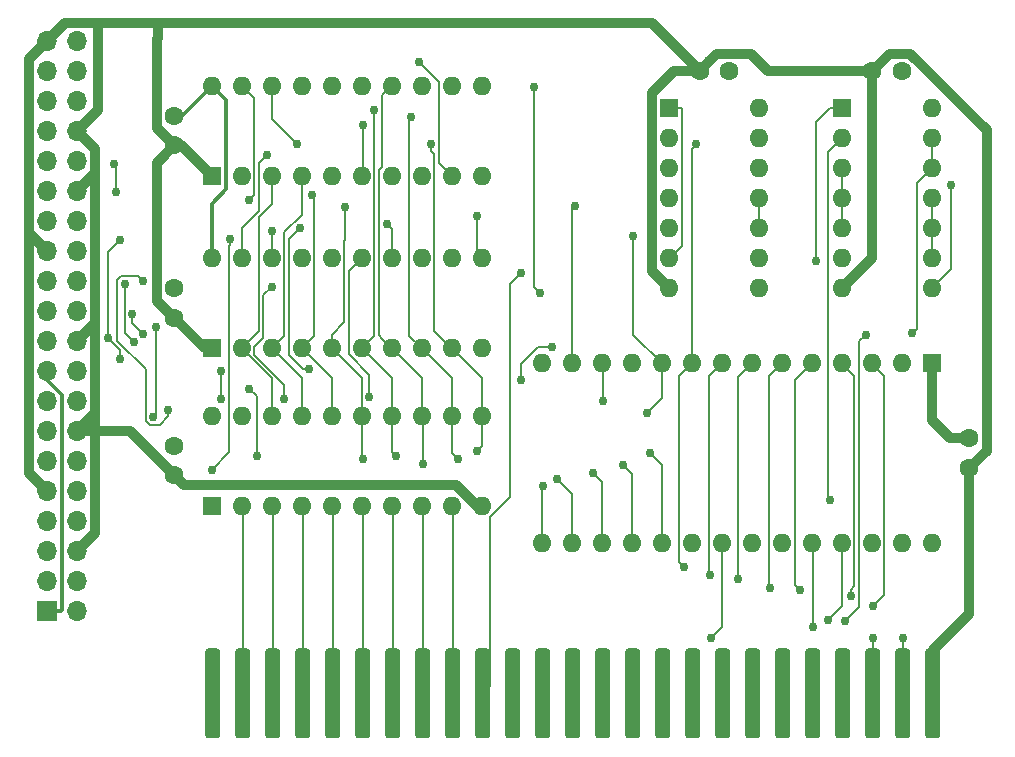
<source format=gbr>
G04 #@! TF.GenerationSoftware,KiCad,Pcbnew,5.1.5+dfsg1-2build2*
G04 #@! TF.CreationDate,2020-11-19T16:33:02-05:00*
G04 #@! TF.ProjectId,Apple2IORPi,4170706c-6532-4494-9f52-50692e6b6963,0.1*
G04 #@! TF.SameCoordinates,Original*
G04 #@! TF.FileFunction,Copper,L2,Bot*
G04 #@! TF.FilePolarity,Positive*
%FSLAX46Y46*%
G04 Gerber Fmt 4.6, Leading zero omitted, Abs format (unit mm)*
G04 Created by KiCad (PCBNEW 5.1.5+dfsg1-2build2) date 2020-11-19 16:33:02*
%MOMM*%
%LPD*%
G04 APERTURE LIST*
%ADD10C,1.600000*%
%ADD11C,0.100000*%
%ADD12R,1.600000X1.600000*%
%ADD13O,1.600000X1.600000*%
%ADD14R,1.700000X1.700000*%
%ADD15O,1.700000X1.700000*%
%ADD16C,0.762000*%
%ADD17C,0.177800*%
%ADD18C,0.812800*%
%ADD19C,0.355600*%
G04 APERTURE END LIST*
D10*
X121285000Y-69175000D03*
X121285000Y-66675000D03*
X121285000Y-81280000D03*
X121285000Y-83780000D03*
X121285000Y-97115000D03*
X121285000Y-94615000D03*
G04 #@! TA.AperFunction,ConnectorPad*
D11*
G36*
X124883621Y-111761529D02*
G01*
X124914442Y-111766101D01*
X124944666Y-111773671D01*
X124974003Y-111784168D01*
X125002169Y-111797490D01*
X125028895Y-111813508D01*
X125053921Y-111832069D01*
X125077007Y-111852994D01*
X125097932Y-111876080D01*
X125116493Y-111901106D01*
X125132511Y-111927832D01*
X125145833Y-111955998D01*
X125156330Y-111985335D01*
X125163900Y-112015559D01*
X125168472Y-112046380D01*
X125170001Y-112077500D01*
X125170001Y-119062500D01*
X125168472Y-119093620D01*
X125163900Y-119124441D01*
X125156330Y-119154665D01*
X125145833Y-119184002D01*
X125132511Y-119212168D01*
X125116493Y-119238894D01*
X125097932Y-119263920D01*
X125077007Y-119287006D01*
X125053921Y-119307931D01*
X125028895Y-119326492D01*
X125002169Y-119342510D01*
X124974003Y-119355832D01*
X124944666Y-119366329D01*
X124914442Y-119373899D01*
X124883621Y-119378471D01*
X124852501Y-119380000D01*
X124217501Y-119380000D01*
X124186381Y-119378471D01*
X124155560Y-119373899D01*
X124125336Y-119366329D01*
X124095999Y-119355832D01*
X124067833Y-119342510D01*
X124041107Y-119326492D01*
X124016081Y-119307931D01*
X123992995Y-119287006D01*
X123972070Y-119263920D01*
X123953509Y-119238894D01*
X123937491Y-119212168D01*
X123924169Y-119184002D01*
X123913672Y-119154665D01*
X123906102Y-119124441D01*
X123901530Y-119093620D01*
X123900001Y-119062500D01*
X123900001Y-112077500D01*
X123901530Y-112046380D01*
X123906102Y-112015559D01*
X123913672Y-111985335D01*
X123924169Y-111955998D01*
X123937491Y-111927832D01*
X123953509Y-111901106D01*
X123972070Y-111876080D01*
X123992995Y-111852994D01*
X124016081Y-111832069D01*
X124041107Y-111813508D01*
X124067833Y-111797490D01*
X124095999Y-111784168D01*
X124125336Y-111773671D01*
X124155560Y-111766101D01*
X124186381Y-111761529D01*
X124217501Y-111760000D01*
X124852501Y-111760000D01*
X124883621Y-111761529D01*
G37*
G04 #@! TD.AperFunction*
G04 #@! TA.AperFunction,ConnectorPad*
G36*
X127423621Y-111761529D02*
G01*
X127454442Y-111766101D01*
X127484666Y-111773671D01*
X127514003Y-111784168D01*
X127542169Y-111797490D01*
X127568895Y-111813508D01*
X127593921Y-111832069D01*
X127617007Y-111852994D01*
X127637932Y-111876080D01*
X127656493Y-111901106D01*
X127672511Y-111927832D01*
X127685833Y-111955998D01*
X127696330Y-111985335D01*
X127703900Y-112015559D01*
X127708472Y-112046380D01*
X127710001Y-112077500D01*
X127710001Y-119062500D01*
X127708472Y-119093620D01*
X127703900Y-119124441D01*
X127696330Y-119154665D01*
X127685833Y-119184002D01*
X127672511Y-119212168D01*
X127656493Y-119238894D01*
X127637932Y-119263920D01*
X127617007Y-119287006D01*
X127593921Y-119307931D01*
X127568895Y-119326492D01*
X127542169Y-119342510D01*
X127514003Y-119355832D01*
X127484666Y-119366329D01*
X127454442Y-119373899D01*
X127423621Y-119378471D01*
X127392501Y-119380000D01*
X126757501Y-119380000D01*
X126726381Y-119378471D01*
X126695560Y-119373899D01*
X126665336Y-119366329D01*
X126635999Y-119355832D01*
X126607833Y-119342510D01*
X126581107Y-119326492D01*
X126556081Y-119307931D01*
X126532995Y-119287006D01*
X126512070Y-119263920D01*
X126493509Y-119238894D01*
X126477491Y-119212168D01*
X126464169Y-119184002D01*
X126453672Y-119154665D01*
X126446102Y-119124441D01*
X126441530Y-119093620D01*
X126440001Y-119062500D01*
X126440001Y-112077500D01*
X126441530Y-112046380D01*
X126446102Y-112015559D01*
X126453672Y-111985335D01*
X126464169Y-111955998D01*
X126477491Y-111927832D01*
X126493509Y-111901106D01*
X126512070Y-111876080D01*
X126532995Y-111852994D01*
X126556081Y-111832069D01*
X126581107Y-111813508D01*
X126607833Y-111797490D01*
X126635999Y-111784168D01*
X126665336Y-111773671D01*
X126695560Y-111766101D01*
X126726381Y-111761529D01*
X126757501Y-111760000D01*
X127392501Y-111760000D01*
X127423621Y-111761529D01*
G37*
G04 #@! TD.AperFunction*
G04 #@! TA.AperFunction,ConnectorPad*
G36*
X129963621Y-111761529D02*
G01*
X129994442Y-111766101D01*
X130024666Y-111773671D01*
X130054003Y-111784168D01*
X130082169Y-111797490D01*
X130108895Y-111813508D01*
X130133921Y-111832069D01*
X130157007Y-111852994D01*
X130177932Y-111876080D01*
X130196493Y-111901106D01*
X130212511Y-111927832D01*
X130225833Y-111955998D01*
X130236330Y-111985335D01*
X130243900Y-112015559D01*
X130248472Y-112046380D01*
X130250001Y-112077500D01*
X130250001Y-119062500D01*
X130248472Y-119093620D01*
X130243900Y-119124441D01*
X130236330Y-119154665D01*
X130225833Y-119184002D01*
X130212511Y-119212168D01*
X130196493Y-119238894D01*
X130177932Y-119263920D01*
X130157007Y-119287006D01*
X130133921Y-119307931D01*
X130108895Y-119326492D01*
X130082169Y-119342510D01*
X130054003Y-119355832D01*
X130024666Y-119366329D01*
X129994442Y-119373899D01*
X129963621Y-119378471D01*
X129932501Y-119380000D01*
X129297501Y-119380000D01*
X129266381Y-119378471D01*
X129235560Y-119373899D01*
X129205336Y-119366329D01*
X129175999Y-119355832D01*
X129147833Y-119342510D01*
X129121107Y-119326492D01*
X129096081Y-119307931D01*
X129072995Y-119287006D01*
X129052070Y-119263920D01*
X129033509Y-119238894D01*
X129017491Y-119212168D01*
X129004169Y-119184002D01*
X128993672Y-119154665D01*
X128986102Y-119124441D01*
X128981530Y-119093620D01*
X128980001Y-119062500D01*
X128980001Y-112077500D01*
X128981530Y-112046380D01*
X128986102Y-112015559D01*
X128993672Y-111985335D01*
X129004169Y-111955998D01*
X129017491Y-111927832D01*
X129033509Y-111901106D01*
X129052070Y-111876080D01*
X129072995Y-111852994D01*
X129096081Y-111832069D01*
X129121107Y-111813508D01*
X129147833Y-111797490D01*
X129175999Y-111784168D01*
X129205336Y-111773671D01*
X129235560Y-111766101D01*
X129266381Y-111761529D01*
X129297501Y-111760000D01*
X129932501Y-111760000D01*
X129963621Y-111761529D01*
G37*
G04 #@! TD.AperFunction*
G04 #@! TA.AperFunction,ConnectorPad*
G36*
X132503621Y-111761529D02*
G01*
X132534442Y-111766101D01*
X132564666Y-111773671D01*
X132594003Y-111784168D01*
X132622169Y-111797490D01*
X132648895Y-111813508D01*
X132673921Y-111832069D01*
X132697007Y-111852994D01*
X132717932Y-111876080D01*
X132736493Y-111901106D01*
X132752511Y-111927832D01*
X132765833Y-111955998D01*
X132776330Y-111985335D01*
X132783900Y-112015559D01*
X132788472Y-112046380D01*
X132790001Y-112077500D01*
X132790001Y-119062500D01*
X132788472Y-119093620D01*
X132783900Y-119124441D01*
X132776330Y-119154665D01*
X132765833Y-119184002D01*
X132752511Y-119212168D01*
X132736493Y-119238894D01*
X132717932Y-119263920D01*
X132697007Y-119287006D01*
X132673921Y-119307931D01*
X132648895Y-119326492D01*
X132622169Y-119342510D01*
X132594003Y-119355832D01*
X132564666Y-119366329D01*
X132534442Y-119373899D01*
X132503621Y-119378471D01*
X132472501Y-119380000D01*
X131837501Y-119380000D01*
X131806381Y-119378471D01*
X131775560Y-119373899D01*
X131745336Y-119366329D01*
X131715999Y-119355832D01*
X131687833Y-119342510D01*
X131661107Y-119326492D01*
X131636081Y-119307931D01*
X131612995Y-119287006D01*
X131592070Y-119263920D01*
X131573509Y-119238894D01*
X131557491Y-119212168D01*
X131544169Y-119184002D01*
X131533672Y-119154665D01*
X131526102Y-119124441D01*
X131521530Y-119093620D01*
X131520001Y-119062500D01*
X131520001Y-112077500D01*
X131521530Y-112046380D01*
X131526102Y-112015559D01*
X131533672Y-111985335D01*
X131544169Y-111955998D01*
X131557491Y-111927832D01*
X131573509Y-111901106D01*
X131592070Y-111876080D01*
X131612995Y-111852994D01*
X131636081Y-111832069D01*
X131661107Y-111813508D01*
X131687833Y-111797490D01*
X131715999Y-111784168D01*
X131745336Y-111773671D01*
X131775560Y-111766101D01*
X131806381Y-111761529D01*
X131837501Y-111760000D01*
X132472501Y-111760000D01*
X132503621Y-111761529D01*
G37*
G04 #@! TD.AperFunction*
G04 #@! TA.AperFunction,ConnectorPad*
G36*
X135043621Y-111761529D02*
G01*
X135074442Y-111766101D01*
X135104666Y-111773671D01*
X135134003Y-111784168D01*
X135162169Y-111797490D01*
X135188895Y-111813508D01*
X135213921Y-111832069D01*
X135237007Y-111852994D01*
X135257932Y-111876080D01*
X135276493Y-111901106D01*
X135292511Y-111927832D01*
X135305833Y-111955998D01*
X135316330Y-111985335D01*
X135323900Y-112015559D01*
X135328472Y-112046380D01*
X135330001Y-112077500D01*
X135330001Y-119062500D01*
X135328472Y-119093620D01*
X135323900Y-119124441D01*
X135316330Y-119154665D01*
X135305833Y-119184002D01*
X135292511Y-119212168D01*
X135276493Y-119238894D01*
X135257932Y-119263920D01*
X135237007Y-119287006D01*
X135213921Y-119307931D01*
X135188895Y-119326492D01*
X135162169Y-119342510D01*
X135134003Y-119355832D01*
X135104666Y-119366329D01*
X135074442Y-119373899D01*
X135043621Y-119378471D01*
X135012501Y-119380000D01*
X134377501Y-119380000D01*
X134346381Y-119378471D01*
X134315560Y-119373899D01*
X134285336Y-119366329D01*
X134255999Y-119355832D01*
X134227833Y-119342510D01*
X134201107Y-119326492D01*
X134176081Y-119307931D01*
X134152995Y-119287006D01*
X134132070Y-119263920D01*
X134113509Y-119238894D01*
X134097491Y-119212168D01*
X134084169Y-119184002D01*
X134073672Y-119154665D01*
X134066102Y-119124441D01*
X134061530Y-119093620D01*
X134060001Y-119062500D01*
X134060001Y-112077500D01*
X134061530Y-112046380D01*
X134066102Y-112015559D01*
X134073672Y-111985335D01*
X134084169Y-111955998D01*
X134097491Y-111927832D01*
X134113509Y-111901106D01*
X134132070Y-111876080D01*
X134152995Y-111852994D01*
X134176081Y-111832069D01*
X134201107Y-111813508D01*
X134227833Y-111797490D01*
X134255999Y-111784168D01*
X134285336Y-111773671D01*
X134315560Y-111766101D01*
X134346381Y-111761529D01*
X134377501Y-111760000D01*
X135012501Y-111760000D01*
X135043621Y-111761529D01*
G37*
G04 #@! TD.AperFunction*
G04 #@! TA.AperFunction,ConnectorPad*
G36*
X137583621Y-111761529D02*
G01*
X137614442Y-111766101D01*
X137644666Y-111773671D01*
X137674003Y-111784168D01*
X137702169Y-111797490D01*
X137728895Y-111813508D01*
X137753921Y-111832069D01*
X137777007Y-111852994D01*
X137797932Y-111876080D01*
X137816493Y-111901106D01*
X137832511Y-111927832D01*
X137845833Y-111955998D01*
X137856330Y-111985335D01*
X137863900Y-112015559D01*
X137868472Y-112046380D01*
X137870001Y-112077500D01*
X137870001Y-119062500D01*
X137868472Y-119093620D01*
X137863900Y-119124441D01*
X137856330Y-119154665D01*
X137845833Y-119184002D01*
X137832511Y-119212168D01*
X137816493Y-119238894D01*
X137797932Y-119263920D01*
X137777007Y-119287006D01*
X137753921Y-119307931D01*
X137728895Y-119326492D01*
X137702169Y-119342510D01*
X137674003Y-119355832D01*
X137644666Y-119366329D01*
X137614442Y-119373899D01*
X137583621Y-119378471D01*
X137552501Y-119380000D01*
X136917501Y-119380000D01*
X136886381Y-119378471D01*
X136855560Y-119373899D01*
X136825336Y-119366329D01*
X136795999Y-119355832D01*
X136767833Y-119342510D01*
X136741107Y-119326492D01*
X136716081Y-119307931D01*
X136692995Y-119287006D01*
X136672070Y-119263920D01*
X136653509Y-119238894D01*
X136637491Y-119212168D01*
X136624169Y-119184002D01*
X136613672Y-119154665D01*
X136606102Y-119124441D01*
X136601530Y-119093620D01*
X136600001Y-119062500D01*
X136600001Y-112077500D01*
X136601530Y-112046380D01*
X136606102Y-112015559D01*
X136613672Y-111985335D01*
X136624169Y-111955998D01*
X136637491Y-111927832D01*
X136653509Y-111901106D01*
X136672070Y-111876080D01*
X136692995Y-111852994D01*
X136716081Y-111832069D01*
X136741107Y-111813508D01*
X136767833Y-111797490D01*
X136795999Y-111784168D01*
X136825336Y-111773671D01*
X136855560Y-111766101D01*
X136886381Y-111761529D01*
X136917501Y-111760000D01*
X137552501Y-111760000D01*
X137583621Y-111761529D01*
G37*
G04 #@! TD.AperFunction*
G04 #@! TA.AperFunction,ConnectorPad*
G36*
X140123621Y-111761529D02*
G01*
X140154442Y-111766101D01*
X140184666Y-111773671D01*
X140214003Y-111784168D01*
X140242169Y-111797490D01*
X140268895Y-111813508D01*
X140293921Y-111832069D01*
X140317007Y-111852994D01*
X140337932Y-111876080D01*
X140356493Y-111901106D01*
X140372511Y-111927832D01*
X140385833Y-111955998D01*
X140396330Y-111985335D01*
X140403900Y-112015559D01*
X140408472Y-112046380D01*
X140410001Y-112077500D01*
X140410001Y-119062500D01*
X140408472Y-119093620D01*
X140403900Y-119124441D01*
X140396330Y-119154665D01*
X140385833Y-119184002D01*
X140372511Y-119212168D01*
X140356493Y-119238894D01*
X140337932Y-119263920D01*
X140317007Y-119287006D01*
X140293921Y-119307931D01*
X140268895Y-119326492D01*
X140242169Y-119342510D01*
X140214003Y-119355832D01*
X140184666Y-119366329D01*
X140154442Y-119373899D01*
X140123621Y-119378471D01*
X140092501Y-119380000D01*
X139457501Y-119380000D01*
X139426381Y-119378471D01*
X139395560Y-119373899D01*
X139365336Y-119366329D01*
X139335999Y-119355832D01*
X139307833Y-119342510D01*
X139281107Y-119326492D01*
X139256081Y-119307931D01*
X139232995Y-119287006D01*
X139212070Y-119263920D01*
X139193509Y-119238894D01*
X139177491Y-119212168D01*
X139164169Y-119184002D01*
X139153672Y-119154665D01*
X139146102Y-119124441D01*
X139141530Y-119093620D01*
X139140001Y-119062500D01*
X139140001Y-112077500D01*
X139141530Y-112046380D01*
X139146102Y-112015559D01*
X139153672Y-111985335D01*
X139164169Y-111955998D01*
X139177491Y-111927832D01*
X139193509Y-111901106D01*
X139212070Y-111876080D01*
X139232995Y-111852994D01*
X139256081Y-111832069D01*
X139281107Y-111813508D01*
X139307833Y-111797490D01*
X139335999Y-111784168D01*
X139365336Y-111773671D01*
X139395560Y-111766101D01*
X139426381Y-111761529D01*
X139457501Y-111760000D01*
X140092501Y-111760000D01*
X140123621Y-111761529D01*
G37*
G04 #@! TD.AperFunction*
G04 #@! TA.AperFunction,ConnectorPad*
G36*
X142663621Y-111761529D02*
G01*
X142694442Y-111766101D01*
X142724666Y-111773671D01*
X142754003Y-111784168D01*
X142782169Y-111797490D01*
X142808895Y-111813508D01*
X142833921Y-111832069D01*
X142857007Y-111852994D01*
X142877932Y-111876080D01*
X142896493Y-111901106D01*
X142912511Y-111927832D01*
X142925833Y-111955998D01*
X142936330Y-111985335D01*
X142943900Y-112015559D01*
X142948472Y-112046380D01*
X142950001Y-112077500D01*
X142950001Y-119062500D01*
X142948472Y-119093620D01*
X142943900Y-119124441D01*
X142936330Y-119154665D01*
X142925833Y-119184002D01*
X142912511Y-119212168D01*
X142896493Y-119238894D01*
X142877932Y-119263920D01*
X142857007Y-119287006D01*
X142833921Y-119307931D01*
X142808895Y-119326492D01*
X142782169Y-119342510D01*
X142754003Y-119355832D01*
X142724666Y-119366329D01*
X142694442Y-119373899D01*
X142663621Y-119378471D01*
X142632501Y-119380000D01*
X141997501Y-119380000D01*
X141966381Y-119378471D01*
X141935560Y-119373899D01*
X141905336Y-119366329D01*
X141875999Y-119355832D01*
X141847833Y-119342510D01*
X141821107Y-119326492D01*
X141796081Y-119307931D01*
X141772995Y-119287006D01*
X141752070Y-119263920D01*
X141733509Y-119238894D01*
X141717491Y-119212168D01*
X141704169Y-119184002D01*
X141693672Y-119154665D01*
X141686102Y-119124441D01*
X141681530Y-119093620D01*
X141680001Y-119062500D01*
X141680001Y-112077500D01*
X141681530Y-112046380D01*
X141686102Y-112015559D01*
X141693672Y-111985335D01*
X141704169Y-111955998D01*
X141717491Y-111927832D01*
X141733509Y-111901106D01*
X141752070Y-111876080D01*
X141772995Y-111852994D01*
X141796081Y-111832069D01*
X141821107Y-111813508D01*
X141847833Y-111797490D01*
X141875999Y-111784168D01*
X141905336Y-111773671D01*
X141935560Y-111766101D01*
X141966381Y-111761529D01*
X141997501Y-111760000D01*
X142632501Y-111760000D01*
X142663621Y-111761529D01*
G37*
G04 #@! TD.AperFunction*
G04 #@! TA.AperFunction,ConnectorPad*
G36*
X145203621Y-111761529D02*
G01*
X145234442Y-111766101D01*
X145264666Y-111773671D01*
X145294003Y-111784168D01*
X145322169Y-111797490D01*
X145348895Y-111813508D01*
X145373921Y-111832069D01*
X145397007Y-111852994D01*
X145417932Y-111876080D01*
X145436493Y-111901106D01*
X145452511Y-111927832D01*
X145465833Y-111955998D01*
X145476330Y-111985335D01*
X145483900Y-112015559D01*
X145488472Y-112046380D01*
X145490001Y-112077500D01*
X145490001Y-119062500D01*
X145488472Y-119093620D01*
X145483900Y-119124441D01*
X145476330Y-119154665D01*
X145465833Y-119184002D01*
X145452511Y-119212168D01*
X145436493Y-119238894D01*
X145417932Y-119263920D01*
X145397007Y-119287006D01*
X145373921Y-119307931D01*
X145348895Y-119326492D01*
X145322169Y-119342510D01*
X145294003Y-119355832D01*
X145264666Y-119366329D01*
X145234442Y-119373899D01*
X145203621Y-119378471D01*
X145172501Y-119380000D01*
X144537501Y-119380000D01*
X144506381Y-119378471D01*
X144475560Y-119373899D01*
X144445336Y-119366329D01*
X144415999Y-119355832D01*
X144387833Y-119342510D01*
X144361107Y-119326492D01*
X144336081Y-119307931D01*
X144312995Y-119287006D01*
X144292070Y-119263920D01*
X144273509Y-119238894D01*
X144257491Y-119212168D01*
X144244169Y-119184002D01*
X144233672Y-119154665D01*
X144226102Y-119124441D01*
X144221530Y-119093620D01*
X144220001Y-119062500D01*
X144220001Y-112077500D01*
X144221530Y-112046380D01*
X144226102Y-112015559D01*
X144233672Y-111985335D01*
X144244169Y-111955998D01*
X144257491Y-111927832D01*
X144273509Y-111901106D01*
X144292070Y-111876080D01*
X144312995Y-111852994D01*
X144336081Y-111832069D01*
X144361107Y-111813508D01*
X144387833Y-111797490D01*
X144415999Y-111784168D01*
X144445336Y-111773671D01*
X144475560Y-111766101D01*
X144506381Y-111761529D01*
X144537501Y-111760000D01*
X145172501Y-111760000D01*
X145203621Y-111761529D01*
G37*
G04 #@! TD.AperFunction*
G04 #@! TA.AperFunction,ConnectorPad*
G36*
X147743621Y-111761529D02*
G01*
X147774442Y-111766101D01*
X147804666Y-111773671D01*
X147834003Y-111784168D01*
X147862169Y-111797490D01*
X147888895Y-111813508D01*
X147913921Y-111832069D01*
X147937007Y-111852994D01*
X147957932Y-111876080D01*
X147976493Y-111901106D01*
X147992511Y-111927832D01*
X148005833Y-111955998D01*
X148016330Y-111985335D01*
X148023900Y-112015559D01*
X148028472Y-112046380D01*
X148030001Y-112077500D01*
X148030001Y-119062500D01*
X148028472Y-119093620D01*
X148023900Y-119124441D01*
X148016330Y-119154665D01*
X148005833Y-119184002D01*
X147992511Y-119212168D01*
X147976493Y-119238894D01*
X147957932Y-119263920D01*
X147937007Y-119287006D01*
X147913921Y-119307931D01*
X147888895Y-119326492D01*
X147862169Y-119342510D01*
X147834003Y-119355832D01*
X147804666Y-119366329D01*
X147774442Y-119373899D01*
X147743621Y-119378471D01*
X147712501Y-119380000D01*
X147077501Y-119380000D01*
X147046381Y-119378471D01*
X147015560Y-119373899D01*
X146985336Y-119366329D01*
X146955999Y-119355832D01*
X146927833Y-119342510D01*
X146901107Y-119326492D01*
X146876081Y-119307931D01*
X146852995Y-119287006D01*
X146832070Y-119263920D01*
X146813509Y-119238894D01*
X146797491Y-119212168D01*
X146784169Y-119184002D01*
X146773672Y-119154665D01*
X146766102Y-119124441D01*
X146761530Y-119093620D01*
X146760001Y-119062500D01*
X146760001Y-112077500D01*
X146761530Y-112046380D01*
X146766102Y-112015559D01*
X146773672Y-111985335D01*
X146784169Y-111955998D01*
X146797491Y-111927832D01*
X146813509Y-111901106D01*
X146832070Y-111876080D01*
X146852995Y-111852994D01*
X146876081Y-111832069D01*
X146901107Y-111813508D01*
X146927833Y-111797490D01*
X146955999Y-111784168D01*
X146985336Y-111773671D01*
X147015560Y-111766101D01*
X147046381Y-111761529D01*
X147077501Y-111760000D01*
X147712501Y-111760000D01*
X147743621Y-111761529D01*
G37*
G04 #@! TD.AperFunction*
G04 #@! TA.AperFunction,ConnectorPad*
G36*
X150283621Y-111761529D02*
G01*
X150314442Y-111766101D01*
X150344666Y-111773671D01*
X150374003Y-111784168D01*
X150402169Y-111797490D01*
X150428895Y-111813508D01*
X150453921Y-111832069D01*
X150477007Y-111852994D01*
X150497932Y-111876080D01*
X150516493Y-111901106D01*
X150532511Y-111927832D01*
X150545833Y-111955998D01*
X150556330Y-111985335D01*
X150563900Y-112015559D01*
X150568472Y-112046380D01*
X150570001Y-112077500D01*
X150570001Y-119062500D01*
X150568472Y-119093620D01*
X150563900Y-119124441D01*
X150556330Y-119154665D01*
X150545833Y-119184002D01*
X150532511Y-119212168D01*
X150516493Y-119238894D01*
X150497932Y-119263920D01*
X150477007Y-119287006D01*
X150453921Y-119307931D01*
X150428895Y-119326492D01*
X150402169Y-119342510D01*
X150374003Y-119355832D01*
X150344666Y-119366329D01*
X150314442Y-119373899D01*
X150283621Y-119378471D01*
X150252501Y-119380000D01*
X149617501Y-119380000D01*
X149586381Y-119378471D01*
X149555560Y-119373899D01*
X149525336Y-119366329D01*
X149495999Y-119355832D01*
X149467833Y-119342510D01*
X149441107Y-119326492D01*
X149416081Y-119307931D01*
X149392995Y-119287006D01*
X149372070Y-119263920D01*
X149353509Y-119238894D01*
X149337491Y-119212168D01*
X149324169Y-119184002D01*
X149313672Y-119154665D01*
X149306102Y-119124441D01*
X149301530Y-119093620D01*
X149300001Y-119062500D01*
X149300001Y-112077500D01*
X149301530Y-112046380D01*
X149306102Y-112015559D01*
X149313672Y-111985335D01*
X149324169Y-111955998D01*
X149337491Y-111927832D01*
X149353509Y-111901106D01*
X149372070Y-111876080D01*
X149392995Y-111852994D01*
X149416081Y-111832069D01*
X149441107Y-111813508D01*
X149467833Y-111797490D01*
X149495999Y-111784168D01*
X149525336Y-111773671D01*
X149555560Y-111766101D01*
X149586381Y-111761529D01*
X149617501Y-111760000D01*
X150252501Y-111760000D01*
X150283621Y-111761529D01*
G37*
G04 #@! TD.AperFunction*
G04 #@! TA.AperFunction,ConnectorPad*
G36*
X152823621Y-111761529D02*
G01*
X152854442Y-111766101D01*
X152884666Y-111773671D01*
X152914003Y-111784168D01*
X152942169Y-111797490D01*
X152968895Y-111813508D01*
X152993921Y-111832069D01*
X153017007Y-111852994D01*
X153037932Y-111876080D01*
X153056493Y-111901106D01*
X153072511Y-111927832D01*
X153085833Y-111955998D01*
X153096330Y-111985335D01*
X153103900Y-112015559D01*
X153108472Y-112046380D01*
X153110001Y-112077500D01*
X153110001Y-119062500D01*
X153108472Y-119093620D01*
X153103900Y-119124441D01*
X153096330Y-119154665D01*
X153085833Y-119184002D01*
X153072511Y-119212168D01*
X153056493Y-119238894D01*
X153037932Y-119263920D01*
X153017007Y-119287006D01*
X152993921Y-119307931D01*
X152968895Y-119326492D01*
X152942169Y-119342510D01*
X152914003Y-119355832D01*
X152884666Y-119366329D01*
X152854442Y-119373899D01*
X152823621Y-119378471D01*
X152792501Y-119380000D01*
X152157501Y-119380000D01*
X152126381Y-119378471D01*
X152095560Y-119373899D01*
X152065336Y-119366329D01*
X152035999Y-119355832D01*
X152007833Y-119342510D01*
X151981107Y-119326492D01*
X151956081Y-119307931D01*
X151932995Y-119287006D01*
X151912070Y-119263920D01*
X151893509Y-119238894D01*
X151877491Y-119212168D01*
X151864169Y-119184002D01*
X151853672Y-119154665D01*
X151846102Y-119124441D01*
X151841530Y-119093620D01*
X151840001Y-119062500D01*
X151840001Y-112077500D01*
X151841530Y-112046380D01*
X151846102Y-112015559D01*
X151853672Y-111985335D01*
X151864169Y-111955998D01*
X151877491Y-111927832D01*
X151893509Y-111901106D01*
X151912070Y-111876080D01*
X151932995Y-111852994D01*
X151956081Y-111832069D01*
X151981107Y-111813508D01*
X152007833Y-111797490D01*
X152035999Y-111784168D01*
X152065336Y-111773671D01*
X152095560Y-111766101D01*
X152126381Y-111761529D01*
X152157501Y-111760000D01*
X152792501Y-111760000D01*
X152823621Y-111761529D01*
G37*
G04 #@! TD.AperFunction*
G04 #@! TA.AperFunction,ConnectorPad*
G36*
X157903621Y-111761529D02*
G01*
X157934442Y-111766101D01*
X157964666Y-111773671D01*
X157994003Y-111784168D01*
X158022169Y-111797490D01*
X158048895Y-111813508D01*
X158073921Y-111832069D01*
X158097007Y-111852994D01*
X158117932Y-111876080D01*
X158136493Y-111901106D01*
X158152511Y-111927832D01*
X158165833Y-111955998D01*
X158176330Y-111985335D01*
X158183900Y-112015559D01*
X158188472Y-112046380D01*
X158190001Y-112077500D01*
X158190001Y-119062500D01*
X158188472Y-119093620D01*
X158183900Y-119124441D01*
X158176330Y-119154665D01*
X158165833Y-119184002D01*
X158152511Y-119212168D01*
X158136493Y-119238894D01*
X158117932Y-119263920D01*
X158097007Y-119287006D01*
X158073921Y-119307931D01*
X158048895Y-119326492D01*
X158022169Y-119342510D01*
X157994003Y-119355832D01*
X157964666Y-119366329D01*
X157934442Y-119373899D01*
X157903621Y-119378471D01*
X157872501Y-119380000D01*
X157237501Y-119380000D01*
X157206381Y-119378471D01*
X157175560Y-119373899D01*
X157145336Y-119366329D01*
X157115999Y-119355832D01*
X157087833Y-119342510D01*
X157061107Y-119326492D01*
X157036081Y-119307931D01*
X157012995Y-119287006D01*
X156992070Y-119263920D01*
X156973509Y-119238894D01*
X156957491Y-119212168D01*
X156944169Y-119184002D01*
X156933672Y-119154665D01*
X156926102Y-119124441D01*
X156921530Y-119093620D01*
X156920001Y-119062500D01*
X156920001Y-112077500D01*
X156921530Y-112046380D01*
X156926102Y-112015559D01*
X156933672Y-111985335D01*
X156944169Y-111955998D01*
X156957491Y-111927832D01*
X156973509Y-111901106D01*
X156992070Y-111876080D01*
X157012995Y-111852994D01*
X157036081Y-111832069D01*
X157061107Y-111813508D01*
X157087833Y-111797490D01*
X157115999Y-111784168D01*
X157145336Y-111773671D01*
X157175560Y-111766101D01*
X157206381Y-111761529D01*
X157237501Y-111760000D01*
X157872501Y-111760000D01*
X157903621Y-111761529D01*
G37*
G04 #@! TD.AperFunction*
G04 #@! TA.AperFunction,ConnectorPad*
G36*
X155363621Y-111761529D02*
G01*
X155394442Y-111766101D01*
X155424666Y-111773671D01*
X155454003Y-111784168D01*
X155482169Y-111797490D01*
X155508895Y-111813508D01*
X155533921Y-111832069D01*
X155557007Y-111852994D01*
X155577932Y-111876080D01*
X155596493Y-111901106D01*
X155612511Y-111927832D01*
X155625833Y-111955998D01*
X155636330Y-111985335D01*
X155643900Y-112015559D01*
X155648472Y-112046380D01*
X155650001Y-112077500D01*
X155650001Y-119062500D01*
X155648472Y-119093620D01*
X155643900Y-119124441D01*
X155636330Y-119154665D01*
X155625833Y-119184002D01*
X155612511Y-119212168D01*
X155596493Y-119238894D01*
X155577932Y-119263920D01*
X155557007Y-119287006D01*
X155533921Y-119307931D01*
X155508895Y-119326492D01*
X155482169Y-119342510D01*
X155454003Y-119355832D01*
X155424666Y-119366329D01*
X155394442Y-119373899D01*
X155363621Y-119378471D01*
X155332501Y-119380000D01*
X154697501Y-119380000D01*
X154666381Y-119378471D01*
X154635560Y-119373899D01*
X154605336Y-119366329D01*
X154575999Y-119355832D01*
X154547833Y-119342510D01*
X154521107Y-119326492D01*
X154496081Y-119307931D01*
X154472995Y-119287006D01*
X154452070Y-119263920D01*
X154433509Y-119238894D01*
X154417491Y-119212168D01*
X154404169Y-119184002D01*
X154393672Y-119154665D01*
X154386102Y-119124441D01*
X154381530Y-119093620D01*
X154380001Y-119062500D01*
X154380001Y-112077500D01*
X154381530Y-112046380D01*
X154386102Y-112015559D01*
X154393672Y-111985335D01*
X154404169Y-111955998D01*
X154417491Y-111927832D01*
X154433509Y-111901106D01*
X154452070Y-111876080D01*
X154472995Y-111852994D01*
X154496081Y-111832069D01*
X154521107Y-111813508D01*
X154547833Y-111797490D01*
X154575999Y-111784168D01*
X154605336Y-111773671D01*
X154635560Y-111766101D01*
X154666381Y-111761529D01*
X154697501Y-111760000D01*
X155332501Y-111760000D01*
X155363621Y-111761529D01*
G37*
G04 #@! TD.AperFunction*
G04 #@! TA.AperFunction,ConnectorPad*
G36*
X160443621Y-111761529D02*
G01*
X160474442Y-111766101D01*
X160504666Y-111773671D01*
X160534003Y-111784168D01*
X160562169Y-111797490D01*
X160588895Y-111813508D01*
X160613921Y-111832069D01*
X160637007Y-111852994D01*
X160657932Y-111876080D01*
X160676493Y-111901106D01*
X160692511Y-111927832D01*
X160705833Y-111955998D01*
X160716330Y-111985335D01*
X160723900Y-112015559D01*
X160728472Y-112046380D01*
X160730001Y-112077500D01*
X160730001Y-119062500D01*
X160728472Y-119093620D01*
X160723900Y-119124441D01*
X160716330Y-119154665D01*
X160705833Y-119184002D01*
X160692511Y-119212168D01*
X160676493Y-119238894D01*
X160657932Y-119263920D01*
X160637007Y-119287006D01*
X160613921Y-119307931D01*
X160588895Y-119326492D01*
X160562169Y-119342510D01*
X160534003Y-119355832D01*
X160504666Y-119366329D01*
X160474442Y-119373899D01*
X160443621Y-119378471D01*
X160412501Y-119380000D01*
X159777501Y-119380000D01*
X159746381Y-119378471D01*
X159715560Y-119373899D01*
X159685336Y-119366329D01*
X159655999Y-119355832D01*
X159627833Y-119342510D01*
X159601107Y-119326492D01*
X159576081Y-119307931D01*
X159552995Y-119287006D01*
X159532070Y-119263920D01*
X159513509Y-119238894D01*
X159497491Y-119212168D01*
X159484169Y-119184002D01*
X159473672Y-119154665D01*
X159466102Y-119124441D01*
X159461530Y-119093620D01*
X159460001Y-119062500D01*
X159460001Y-112077500D01*
X159461530Y-112046380D01*
X159466102Y-112015559D01*
X159473672Y-111985335D01*
X159484169Y-111955998D01*
X159497491Y-111927832D01*
X159513509Y-111901106D01*
X159532070Y-111876080D01*
X159552995Y-111852994D01*
X159576081Y-111832069D01*
X159601107Y-111813508D01*
X159627833Y-111797490D01*
X159655999Y-111784168D01*
X159685336Y-111773671D01*
X159715560Y-111766101D01*
X159746381Y-111761529D01*
X159777501Y-111760000D01*
X160412501Y-111760000D01*
X160443621Y-111761529D01*
G37*
G04 #@! TD.AperFunction*
G04 #@! TA.AperFunction,ConnectorPad*
G36*
X162983621Y-111761529D02*
G01*
X163014442Y-111766101D01*
X163044666Y-111773671D01*
X163074003Y-111784168D01*
X163102169Y-111797490D01*
X163128895Y-111813508D01*
X163153921Y-111832069D01*
X163177007Y-111852994D01*
X163197932Y-111876080D01*
X163216493Y-111901106D01*
X163232511Y-111927832D01*
X163245833Y-111955998D01*
X163256330Y-111985335D01*
X163263900Y-112015559D01*
X163268472Y-112046380D01*
X163270001Y-112077500D01*
X163270001Y-119062500D01*
X163268472Y-119093620D01*
X163263900Y-119124441D01*
X163256330Y-119154665D01*
X163245833Y-119184002D01*
X163232511Y-119212168D01*
X163216493Y-119238894D01*
X163197932Y-119263920D01*
X163177007Y-119287006D01*
X163153921Y-119307931D01*
X163128895Y-119326492D01*
X163102169Y-119342510D01*
X163074003Y-119355832D01*
X163044666Y-119366329D01*
X163014442Y-119373899D01*
X162983621Y-119378471D01*
X162952501Y-119380000D01*
X162317501Y-119380000D01*
X162286381Y-119378471D01*
X162255560Y-119373899D01*
X162225336Y-119366329D01*
X162195999Y-119355832D01*
X162167833Y-119342510D01*
X162141107Y-119326492D01*
X162116081Y-119307931D01*
X162092995Y-119287006D01*
X162072070Y-119263920D01*
X162053509Y-119238894D01*
X162037491Y-119212168D01*
X162024169Y-119184002D01*
X162013672Y-119154665D01*
X162006102Y-119124441D01*
X162001530Y-119093620D01*
X162000001Y-119062500D01*
X162000001Y-112077500D01*
X162001530Y-112046380D01*
X162006102Y-112015559D01*
X162013672Y-111985335D01*
X162024169Y-111955998D01*
X162037491Y-111927832D01*
X162053509Y-111901106D01*
X162072070Y-111876080D01*
X162092995Y-111852994D01*
X162116081Y-111832069D01*
X162141107Y-111813508D01*
X162167833Y-111797490D01*
X162195999Y-111784168D01*
X162225336Y-111773671D01*
X162255560Y-111766101D01*
X162286381Y-111761529D01*
X162317501Y-111760000D01*
X162952501Y-111760000D01*
X162983621Y-111761529D01*
G37*
G04 #@! TD.AperFunction*
G04 #@! TA.AperFunction,ConnectorPad*
G36*
X165523621Y-111761529D02*
G01*
X165554442Y-111766101D01*
X165584666Y-111773671D01*
X165614003Y-111784168D01*
X165642169Y-111797490D01*
X165668895Y-111813508D01*
X165693921Y-111832069D01*
X165717007Y-111852994D01*
X165737932Y-111876080D01*
X165756493Y-111901106D01*
X165772511Y-111927832D01*
X165785833Y-111955998D01*
X165796330Y-111985335D01*
X165803900Y-112015559D01*
X165808472Y-112046380D01*
X165810001Y-112077500D01*
X165810001Y-119062500D01*
X165808472Y-119093620D01*
X165803900Y-119124441D01*
X165796330Y-119154665D01*
X165785833Y-119184002D01*
X165772511Y-119212168D01*
X165756493Y-119238894D01*
X165737932Y-119263920D01*
X165717007Y-119287006D01*
X165693921Y-119307931D01*
X165668895Y-119326492D01*
X165642169Y-119342510D01*
X165614003Y-119355832D01*
X165584666Y-119366329D01*
X165554442Y-119373899D01*
X165523621Y-119378471D01*
X165492501Y-119380000D01*
X164857501Y-119380000D01*
X164826381Y-119378471D01*
X164795560Y-119373899D01*
X164765336Y-119366329D01*
X164735999Y-119355832D01*
X164707833Y-119342510D01*
X164681107Y-119326492D01*
X164656081Y-119307931D01*
X164632995Y-119287006D01*
X164612070Y-119263920D01*
X164593509Y-119238894D01*
X164577491Y-119212168D01*
X164564169Y-119184002D01*
X164553672Y-119154665D01*
X164546102Y-119124441D01*
X164541530Y-119093620D01*
X164540001Y-119062500D01*
X164540001Y-112077500D01*
X164541530Y-112046380D01*
X164546102Y-112015559D01*
X164553672Y-111985335D01*
X164564169Y-111955998D01*
X164577491Y-111927832D01*
X164593509Y-111901106D01*
X164612070Y-111876080D01*
X164632995Y-111852994D01*
X164656081Y-111832069D01*
X164681107Y-111813508D01*
X164707833Y-111797490D01*
X164735999Y-111784168D01*
X164765336Y-111773671D01*
X164795560Y-111766101D01*
X164826381Y-111761529D01*
X164857501Y-111760000D01*
X165492501Y-111760000D01*
X165523621Y-111761529D01*
G37*
G04 #@! TD.AperFunction*
G04 #@! TA.AperFunction,ConnectorPad*
G36*
X168063621Y-111761529D02*
G01*
X168094442Y-111766101D01*
X168124666Y-111773671D01*
X168154003Y-111784168D01*
X168182169Y-111797490D01*
X168208895Y-111813508D01*
X168233921Y-111832069D01*
X168257007Y-111852994D01*
X168277932Y-111876080D01*
X168296493Y-111901106D01*
X168312511Y-111927832D01*
X168325833Y-111955998D01*
X168336330Y-111985335D01*
X168343900Y-112015559D01*
X168348472Y-112046380D01*
X168350001Y-112077500D01*
X168350001Y-119062500D01*
X168348472Y-119093620D01*
X168343900Y-119124441D01*
X168336330Y-119154665D01*
X168325833Y-119184002D01*
X168312511Y-119212168D01*
X168296493Y-119238894D01*
X168277932Y-119263920D01*
X168257007Y-119287006D01*
X168233921Y-119307931D01*
X168208895Y-119326492D01*
X168182169Y-119342510D01*
X168154003Y-119355832D01*
X168124666Y-119366329D01*
X168094442Y-119373899D01*
X168063621Y-119378471D01*
X168032501Y-119380000D01*
X167397501Y-119380000D01*
X167366381Y-119378471D01*
X167335560Y-119373899D01*
X167305336Y-119366329D01*
X167275999Y-119355832D01*
X167247833Y-119342510D01*
X167221107Y-119326492D01*
X167196081Y-119307931D01*
X167172995Y-119287006D01*
X167152070Y-119263920D01*
X167133509Y-119238894D01*
X167117491Y-119212168D01*
X167104169Y-119184002D01*
X167093672Y-119154665D01*
X167086102Y-119124441D01*
X167081530Y-119093620D01*
X167080001Y-119062500D01*
X167080001Y-112077500D01*
X167081530Y-112046380D01*
X167086102Y-112015559D01*
X167093672Y-111985335D01*
X167104169Y-111955998D01*
X167117491Y-111927832D01*
X167133509Y-111901106D01*
X167152070Y-111876080D01*
X167172995Y-111852994D01*
X167196081Y-111832069D01*
X167221107Y-111813508D01*
X167247833Y-111797490D01*
X167275999Y-111784168D01*
X167305336Y-111773671D01*
X167335560Y-111766101D01*
X167366381Y-111761529D01*
X167397501Y-111760000D01*
X168032501Y-111760000D01*
X168063621Y-111761529D01*
G37*
G04 #@! TD.AperFunction*
G04 #@! TA.AperFunction,ConnectorPad*
G36*
X170603621Y-111761529D02*
G01*
X170634442Y-111766101D01*
X170664666Y-111773671D01*
X170694003Y-111784168D01*
X170722169Y-111797490D01*
X170748895Y-111813508D01*
X170773921Y-111832069D01*
X170797007Y-111852994D01*
X170817932Y-111876080D01*
X170836493Y-111901106D01*
X170852511Y-111927832D01*
X170865833Y-111955998D01*
X170876330Y-111985335D01*
X170883900Y-112015559D01*
X170888472Y-112046380D01*
X170890001Y-112077500D01*
X170890001Y-119062500D01*
X170888472Y-119093620D01*
X170883900Y-119124441D01*
X170876330Y-119154665D01*
X170865833Y-119184002D01*
X170852511Y-119212168D01*
X170836493Y-119238894D01*
X170817932Y-119263920D01*
X170797007Y-119287006D01*
X170773921Y-119307931D01*
X170748895Y-119326492D01*
X170722169Y-119342510D01*
X170694003Y-119355832D01*
X170664666Y-119366329D01*
X170634442Y-119373899D01*
X170603621Y-119378471D01*
X170572501Y-119380000D01*
X169937501Y-119380000D01*
X169906381Y-119378471D01*
X169875560Y-119373899D01*
X169845336Y-119366329D01*
X169815999Y-119355832D01*
X169787833Y-119342510D01*
X169761107Y-119326492D01*
X169736081Y-119307931D01*
X169712995Y-119287006D01*
X169692070Y-119263920D01*
X169673509Y-119238894D01*
X169657491Y-119212168D01*
X169644169Y-119184002D01*
X169633672Y-119154665D01*
X169626102Y-119124441D01*
X169621530Y-119093620D01*
X169620001Y-119062500D01*
X169620001Y-112077500D01*
X169621530Y-112046380D01*
X169626102Y-112015559D01*
X169633672Y-111985335D01*
X169644169Y-111955998D01*
X169657491Y-111927832D01*
X169673509Y-111901106D01*
X169692070Y-111876080D01*
X169712995Y-111852994D01*
X169736081Y-111832069D01*
X169761107Y-111813508D01*
X169787833Y-111797490D01*
X169815999Y-111784168D01*
X169845336Y-111773671D01*
X169875560Y-111766101D01*
X169906381Y-111761529D01*
X169937501Y-111760000D01*
X170572501Y-111760000D01*
X170603621Y-111761529D01*
G37*
G04 #@! TD.AperFunction*
G04 #@! TA.AperFunction,ConnectorPad*
G36*
X173143621Y-111761529D02*
G01*
X173174442Y-111766101D01*
X173204666Y-111773671D01*
X173234003Y-111784168D01*
X173262169Y-111797490D01*
X173288895Y-111813508D01*
X173313921Y-111832069D01*
X173337007Y-111852994D01*
X173357932Y-111876080D01*
X173376493Y-111901106D01*
X173392511Y-111927832D01*
X173405833Y-111955998D01*
X173416330Y-111985335D01*
X173423900Y-112015559D01*
X173428472Y-112046380D01*
X173430001Y-112077500D01*
X173430001Y-119062500D01*
X173428472Y-119093620D01*
X173423900Y-119124441D01*
X173416330Y-119154665D01*
X173405833Y-119184002D01*
X173392511Y-119212168D01*
X173376493Y-119238894D01*
X173357932Y-119263920D01*
X173337007Y-119287006D01*
X173313921Y-119307931D01*
X173288895Y-119326492D01*
X173262169Y-119342510D01*
X173234003Y-119355832D01*
X173204666Y-119366329D01*
X173174442Y-119373899D01*
X173143621Y-119378471D01*
X173112501Y-119380000D01*
X172477501Y-119380000D01*
X172446381Y-119378471D01*
X172415560Y-119373899D01*
X172385336Y-119366329D01*
X172355999Y-119355832D01*
X172327833Y-119342510D01*
X172301107Y-119326492D01*
X172276081Y-119307931D01*
X172252995Y-119287006D01*
X172232070Y-119263920D01*
X172213509Y-119238894D01*
X172197491Y-119212168D01*
X172184169Y-119184002D01*
X172173672Y-119154665D01*
X172166102Y-119124441D01*
X172161530Y-119093620D01*
X172160001Y-119062500D01*
X172160001Y-112077500D01*
X172161530Y-112046380D01*
X172166102Y-112015559D01*
X172173672Y-111985335D01*
X172184169Y-111955998D01*
X172197491Y-111927832D01*
X172213509Y-111901106D01*
X172232070Y-111876080D01*
X172252995Y-111852994D01*
X172276081Y-111832069D01*
X172301107Y-111813508D01*
X172327833Y-111797490D01*
X172355999Y-111784168D01*
X172385336Y-111773671D01*
X172415560Y-111766101D01*
X172446381Y-111761529D01*
X172477501Y-111760000D01*
X173112501Y-111760000D01*
X173143621Y-111761529D01*
G37*
G04 #@! TD.AperFunction*
G04 #@! TA.AperFunction,ConnectorPad*
G36*
X175683621Y-111761529D02*
G01*
X175714442Y-111766101D01*
X175744666Y-111773671D01*
X175774003Y-111784168D01*
X175802169Y-111797490D01*
X175828895Y-111813508D01*
X175853921Y-111832069D01*
X175877007Y-111852994D01*
X175897932Y-111876080D01*
X175916493Y-111901106D01*
X175932511Y-111927832D01*
X175945833Y-111955998D01*
X175956330Y-111985335D01*
X175963900Y-112015559D01*
X175968472Y-112046380D01*
X175970001Y-112077500D01*
X175970001Y-119062500D01*
X175968472Y-119093620D01*
X175963900Y-119124441D01*
X175956330Y-119154665D01*
X175945833Y-119184002D01*
X175932511Y-119212168D01*
X175916493Y-119238894D01*
X175897932Y-119263920D01*
X175877007Y-119287006D01*
X175853921Y-119307931D01*
X175828895Y-119326492D01*
X175802169Y-119342510D01*
X175774003Y-119355832D01*
X175744666Y-119366329D01*
X175714442Y-119373899D01*
X175683621Y-119378471D01*
X175652501Y-119380000D01*
X175017501Y-119380000D01*
X174986381Y-119378471D01*
X174955560Y-119373899D01*
X174925336Y-119366329D01*
X174895999Y-119355832D01*
X174867833Y-119342510D01*
X174841107Y-119326492D01*
X174816081Y-119307931D01*
X174792995Y-119287006D01*
X174772070Y-119263920D01*
X174753509Y-119238894D01*
X174737491Y-119212168D01*
X174724169Y-119184002D01*
X174713672Y-119154665D01*
X174706102Y-119124441D01*
X174701530Y-119093620D01*
X174700001Y-119062500D01*
X174700001Y-112077500D01*
X174701530Y-112046380D01*
X174706102Y-112015559D01*
X174713672Y-111985335D01*
X174724169Y-111955998D01*
X174737491Y-111927832D01*
X174753509Y-111901106D01*
X174772070Y-111876080D01*
X174792995Y-111852994D01*
X174816081Y-111832069D01*
X174841107Y-111813508D01*
X174867833Y-111797490D01*
X174895999Y-111784168D01*
X174925336Y-111773671D01*
X174955560Y-111766101D01*
X174986381Y-111761529D01*
X175017501Y-111760000D01*
X175652501Y-111760000D01*
X175683621Y-111761529D01*
G37*
G04 #@! TD.AperFunction*
G04 #@! TA.AperFunction,ConnectorPad*
G36*
X178223621Y-111761529D02*
G01*
X178254442Y-111766101D01*
X178284666Y-111773671D01*
X178314003Y-111784168D01*
X178342169Y-111797490D01*
X178368895Y-111813508D01*
X178393921Y-111832069D01*
X178417007Y-111852994D01*
X178437932Y-111876080D01*
X178456493Y-111901106D01*
X178472511Y-111927832D01*
X178485833Y-111955998D01*
X178496330Y-111985335D01*
X178503900Y-112015559D01*
X178508472Y-112046380D01*
X178510001Y-112077500D01*
X178510001Y-119062500D01*
X178508472Y-119093620D01*
X178503900Y-119124441D01*
X178496330Y-119154665D01*
X178485833Y-119184002D01*
X178472511Y-119212168D01*
X178456493Y-119238894D01*
X178437932Y-119263920D01*
X178417007Y-119287006D01*
X178393921Y-119307931D01*
X178368895Y-119326492D01*
X178342169Y-119342510D01*
X178314003Y-119355832D01*
X178284666Y-119366329D01*
X178254442Y-119373899D01*
X178223621Y-119378471D01*
X178192501Y-119380000D01*
X177557501Y-119380000D01*
X177526381Y-119378471D01*
X177495560Y-119373899D01*
X177465336Y-119366329D01*
X177435999Y-119355832D01*
X177407833Y-119342510D01*
X177381107Y-119326492D01*
X177356081Y-119307931D01*
X177332995Y-119287006D01*
X177312070Y-119263920D01*
X177293509Y-119238894D01*
X177277491Y-119212168D01*
X177264169Y-119184002D01*
X177253672Y-119154665D01*
X177246102Y-119124441D01*
X177241530Y-119093620D01*
X177240001Y-119062500D01*
X177240001Y-112077500D01*
X177241530Y-112046380D01*
X177246102Y-112015559D01*
X177253672Y-111985335D01*
X177264169Y-111955998D01*
X177277491Y-111927832D01*
X177293509Y-111901106D01*
X177312070Y-111876080D01*
X177332995Y-111852994D01*
X177356081Y-111832069D01*
X177381107Y-111813508D01*
X177407833Y-111797490D01*
X177435999Y-111784168D01*
X177465336Y-111773671D01*
X177495560Y-111766101D01*
X177526381Y-111761529D01*
X177557501Y-111760000D01*
X178192501Y-111760000D01*
X178223621Y-111761529D01*
G37*
G04 #@! TD.AperFunction*
G04 #@! TA.AperFunction,ConnectorPad*
G36*
X180763621Y-111761529D02*
G01*
X180794442Y-111766101D01*
X180824666Y-111773671D01*
X180854003Y-111784168D01*
X180882169Y-111797490D01*
X180908895Y-111813508D01*
X180933921Y-111832069D01*
X180957007Y-111852994D01*
X180977932Y-111876080D01*
X180996493Y-111901106D01*
X181012511Y-111927832D01*
X181025833Y-111955998D01*
X181036330Y-111985335D01*
X181043900Y-112015559D01*
X181048472Y-112046380D01*
X181050001Y-112077500D01*
X181050001Y-119062500D01*
X181048472Y-119093620D01*
X181043900Y-119124441D01*
X181036330Y-119154665D01*
X181025833Y-119184002D01*
X181012511Y-119212168D01*
X180996493Y-119238894D01*
X180977932Y-119263920D01*
X180957007Y-119287006D01*
X180933921Y-119307931D01*
X180908895Y-119326492D01*
X180882169Y-119342510D01*
X180854003Y-119355832D01*
X180824666Y-119366329D01*
X180794442Y-119373899D01*
X180763621Y-119378471D01*
X180732501Y-119380000D01*
X180097501Y-119380000D01*
X180066381Y-119378471D01*
X180035560Y-119373899D01*
X180005336Y-119366329D01*
X179975999Y-119355832D01*
X179947833Y-119342510D01*
X179921107Y-119326492D01*
X179896081Y-119307931D01*
X179872995Y-119287006D01*
X179852070Y-119263920D01*
X179833509Y-119238894D01*
X179817491Y-119212168D01*
X179804169Y-119184002D01*
X179793672Y-119154665D01*
X179786102Y-119124441D01*
X179781530Y-119093620D01*
X179780001Y-119062500D01*
X179780001Y-112077500D01*
X179781530Y-112046380D01*
X179786102Y-112015559D01*
X179793672Y-111985335D01*
X179804169Y-111955998D01*
X179817491Y-111927832D01*
X179833509Y-111901106D01*
X179852070Y-111876080D01*
X179872995Y-111852994D01*
X179896081Y-111832069D01*
X179921107Y-111813508D01*
X179947833Y-111797490D01*
X179975999Y-111784168D01*
X180005336Y-111773671D01*
X180035560Y-111766101D01*
X180066381Y-111761529D01*
X180097501Y-111760000D01*
X180732501Y-111760000D01*
X180763621Y-111761529D01*
G37*
G04 #@! TD.AperFunction*
G04 #@! TA.AperFunction,ConnectorPad*
G36*
X183303621Y-111761529D02*
G01*
X183334442Y-111766101D01*
X183364666Y-111773671D01*
X183394003Y-111784168D01*
X183422169Y-111797490D01*
X183448895Y-111813508D01*
X183473921Y-111832069D01*
X183497007Y-111852994D01*
X183517932Y-111876080D01*
X183536493Y-111901106D01*
X183552511Y-111927832D01*
X183565833Y-111955998D01*
X183576330Y-111985335D01*
X183583900Y-112015559D01*
X183588472Y-112046380D01*
X183590001Y-112077500D01*
X183590001Y-119062500D01*
X183588472Y-119093620D01*
X183583900Y-119124441D01*
X183576330Y-119154665D01*
X183565833Y-119184002D01*
X183552511Y-119212168D01*
X183536493Y-119238894D01*
X183517932Y-119263920D01*
X183497007Y-119287006D01*
X183473921Y-119307931D01*
X183448895Y-119326492D01*
X183422169Y-119342510D01*
X183394003Y-119355832D01*
X183364666Y-119366329D01*
X183334442Y-119373899D01*
X183303621Y-119378471D01*
X183272501Y-119380000D01*
X182637501Y-119380000D01*
X182606381Y-119378471D01*
X182575560Y-119373899D01*
X182545336Y-119366329D01*
X182515999Y-119355832D01*
X182487833Y-119342510D01*
X182461107Y-119326492D01*
X182436081Y-119307931D01*
X182412995Y-119287006D01*
X182392070Y-119263920D01*
X182373509Y-119238894D01*
X182357491Y-119212168D01*
X182344169Y-119184002D01*
X182333672Y-119154665D01*
X182326102Y-119124441D01*
X182321530Y-119093620D01*
X182320001Y-119062500D01*
X182320001Y-112077500D01*
X182321530Y-112046380D01*
X182326102Y-112015559D01*
X182333672Y-111985335D01*
X182344169Y-111955998D01*
X182357491Y-111927832D01*
X182373509Y-111901106D01*
X182392070Y-111876080D01*
X182412995Y-111852994D01*
X182436081Y-111832069D01*
X182461107Y-111813508D01*
X182487833Y-111797490D01*
X182515999Y-111784168D01*
X182545336Y-111773671D01*
X182575560Y-111766101D01*
X182606381Y-111761529D01*
X182637501Y-111760000D01*
X183272501Y-111760000D01*
X183303621Y-111761529D01*
G37*
G04 #@! TD.AperFunction*
G04 #@! TA.AperFunction,ConnectorPad*
G36*
X185843621Y-111761529D02*
G01*
X185874442Y-111766101D01*
X185904666Y-111773671D01*
X185934003Y-111784168D01*
X185962169Y-111797490D01*
X185988895Y-111813508D01*
X186013921Y-111832069D01*
X186037007Y-111852994D01*
X186057932Y-111876080D01*
X186076493Y-111901106D01*
X186092511Y-111927832D01*
X186105833Y-111955998D01*
X186116330Y-111985335D01*
X186123900Y-112015559D01*
X186128472Y-112046380D01*
X186130001Y-112077500D01*
X186130001Y-119062500D01*
X186128472Y-119093620D01*
X186123900Y-119124441D01*
X186116330Y-119154665D01*
X186105833Y-119184002D01*
X186092511Y-119212168D01*
X186076493Y-119238894D01*
X186057932Y-119263920D01*
X186037007Y-119287006D01*
X186013921Y-119307931D01*
X185988895Y-119326492D01*
X185962169Y-119342510D01*
X185934003Y-119355832D01*
X185904666Y-119366329D01*
X185874442Y-119373899D01*
X185843621Y-119378471D01*
X185812501Y-119380000D01*
X185177501Y-119380000D01*
X185146381Y-119378471D01*
X185115560Y-119373899D01*
X185085336Y-119366329D01*
X185055999Y-119355832D01*
X185027833Y-119342510D01*
X185001107Y-119326492D01*
X184976081Y-119307931D01*
X184952995Y-119287006D01*
X184932070Y-119263920D01*
X184913509Y-119238894D01*
X184897491Y-119212168D01*
X184884169Y-119184002D01*
X184873672Y-119154665D01*
X184866102Y-119124441D01*
X184861530Y-119093620D01*
X184860001Y-119062500D01*
X184860001Y-112077500D01*
X184861530Y-112046380D01*
X184866102Y-112015559D01*
X184873672Y-111985335D01*
X184884169Y-111955998D01*
X184897491Y-111927832D01*
X184913509Y-111901106D01*
X184932070Y-111876080D01*
X184952995Y-111852994D01*
X184976081Y-111832069D01*
X185001107Y-111813508D01*
X185027833Y-111797490D01*
X185055999Y-111784168D01*
X185085336Y-111773671D01*
X185115560Y-111766101D01*
X185146381Y-111761529D01*
X185177501Y-111760000D01*
X185812501Y-111760000D01*
X185843621Y-111761529D01*
G37*
G04 #@! TD.AperFunction*
D10*
X165775000Y-62865000D03*
X168275000Y-62865000D03*
D12*
X163195000Y-66040000D03*
D13*
X170815000Y-81280000D03*
X163195000Y-68580000D03*
X170815000Y-78740000D03*
X163195000Y-71120000D03*
X170815000Y-76200000D03*
X163195000Y-73660000D03*
X170815000Y-73660000D03*
X163195000Y-76200000D03*
X170815000Y-71120000D03*
X163195000Y-78740000D03*
X170815000Y-68580000D03*
X163195000Y-81280000D03*
X170815000Y-66040000D03*
X185420000Y-66040000D03*
X177800000Y-81280000D03*
X185420000Y-68580000D03*
X177800000Y-78740000D03*
X185420000Y-71120000D03*
X177800000Y-76200000D03*
X185420000Y-73660000D03*
X177800000Y-73660000D03*
X185420000Y-76200000D03*
X177800000Y-71120000D03*
X185420000Y-78740000D03*
X177800000Y-68580000D03*
X185420000Y-81280000D03*
D12*
X177800000Y-66040000D03*
D10*
X182880000Y-62865000D03*
X180380000Y-62865000D03*
X188595000Y-93980000D03*
X188595000Y-96480000D03*
D14*
X110490000Y-108585000D03*
D15*
X113030000Y-108585000D03*
X110490000Y-106045000D03*
X113030000Y-106045000D03*
X110490000Y-103505000D03*
X113030000Y-103505000D03*
X110490000Y-100965000D03*
X113030000Y-100965000D03*
X110490000Y-98425000D03*
X113030000Y-98425000D03*
X110490000Y-95885000D03*
X113030000Y-95885000D03*
X110490000Y-93345000D03*
X113030000Y-93345000D03*
X110490000Y-90805000D03*
X113030000Y-90805000D03*
X110490000Y-88265000D03*
X113030000Y-88265000D03*
X110490000Y-85725000D03*
X113030000Y-85725000D03*
X110490000Y-83185000D03*
X113030000Y-83185000D03*
X110490000Y-80645000D03*
X113030000Y-80645000D03*
X110490000Y-78105000D03*
X113030000Y-78105000D03*
X110490000Y-75565000D03*
X113030000Y-75565000D03*
X110490000Y-73025000D03*
X113030000Y-73025000D03*
X110490000Y-70485000D03*
X113030000Y-70485000D03*
X110490000Y-67945000D03*
X113030000Y-67945000D03*
X110490000Y-65405000D03*
X113030000Y-65405000D03*
X110490000Y-62865000D03*
X113030000Y-62865000D03*
X110490000Y-60325000D03*
X113030000Y-60325000D03*
D12*
X124460000Y-99695000D03*
D13*
X147320000Y-92075000D03*
X127000000Y-99695000D03*
X144780000Y-92075000D03*
X129540000Y-99695000D03*
X142240000Y-92075000D03*
X132080000Y-99695000D03*
X139700000Y-92075000D03*
X134620000Y-99695000D03*
X137160000Y-92075000D03*
X137160000Y-99695000D03*
X134620000Y-92075000D03*
X139700000Y-99695000D03*
X132080000Y-92075000D03*
X142240000Y-99695000D03*
X129540000Y-92075000D03*
X144780000Y-99695000D03*
X127000000Y-92075000D03*
X147320000Y-99695000D03*
X124460000Y-92075000D03*
D12*
X185420000Y-87630000D03*
D13*
X152400000Y-102870000D03*
X182880000Y-87630000D03*
X154940000Y-102870000D03*
X180340000Y-87630000D03*
X157480000Y-102870000D03*
X177800000Y-87630000D03*
X160020000Y-102870000D03*
X175260000Y-87630000D03*
X162560000Y-102870000D03*
X172720000Y-87630000D03*
X165100000Y-102870000D03*
X170180000Y-87630000D03*
X167640000Y-102870000D03*
X167640000Y-87630000D03*
X170180000Y-102870000D03*
X165100000Y-87630000D03*
X172720000Y-102870000D03*
X162560000Y-87630000D03*
X175260000Y-102870000D03*
X160020000Y-87630000D03*
X177800000Y-102870000D03*
X157480000Y-87630000D03*
X180340000Y-102870000D03*
X154940000Y-87630000D03*
X182880000Y-102870000D03*
X152400000Y-87630000D03*
X185420000Y-102870000D03*
X124460000Y-78740000D03*
X147320000Y-86360000D03*
X127000000Y-78740000D03*
X144780000Y-86360000D03*
X129540000Y-78740000D03*
X142240000Y-86360000D03*
X132080000Y-78740000D03*
X139700000Y-86360000D03*
X134620000Y-78740000D03*
X137160000Y-86360000D03*
X137160000Y-78740000D03*
X134620000Y-86360000D03*
X139700000Y-78740000D03*
X132080000Y-86360000D03*
X142240000Y-78740000D03*
X129540000Y-86360000D03*
X144780000Y-78740000D03*
X127000000Y-86360000D03*
X147320000Y-78740000D03*
D12*
X124460000Y-86360000D03*
X124460000Y-71755000D03*
D13*
X147320000Y-64135000D03*
X127000000Y-71755000D03*
X144780000Y-64135000D03*
X129540000Y-71755000D03*
X142240000Y-64135000D03*
X132080000Y-71755000D03*
X139700000Y-64135000D03*
X134620000Y-71755000D03*
X137160000Y-64135000D03*
X137160000Y-71755000D03*
X134620000Y-64135000D03*
X139700000Y-71755000D03*
X132080000Y-64135000D03*
X142240000Y-71755000D03*
X129540000Y-64135000D03*
X144780000Y-71755000D03*
X127000000Y-64135000D03*
X147320000Y-71755000D03*
X124460000Y-64135000D03*
D16*
X135763000Y-74422000D03*
X152527000Y-98044000D03*
X137287000Y-95758000D03*
X138176000Y-66167000D03*
X153670000Y-97409000D03*
X140081000Y-95504000D03*
X180467000Y-108204000D03*
X156718000Y-96901000D03*
X142367000Y-96139000D03*
X178562000Y-107315000D03*
X145288000Y-95758000D03*
X159258000Y-96266000D03*
X141351000Y-66802000D03*
X174244000Y-106807000D03*
X161544000Y-95250000D03*
X146939000Y-95021400D03*
X131699000Y-69088000D03*
X143002000Y-69088000D03*
X171704000Y-106680000D03*
X176784000Y-99187000D03*
X169037000Y-105918000D03*
X166751000Y-110871000D03*
X166624000Y-105537000D03*
X165481000Y-69088000D03*
X164465000Y-104889300D03*
X160147000Y-76835000D03*
X127635000Y-89789000D03*
X128270000Y-95504000D03*
X161290000Y-91821000D03*
X175387000Y-109982000D03*
X153289000Y-86233000D03*
X150622000Y-89027000D03*
X176657000Y-109347000D03*
X157607000Y-90805000D03*
X132969000Y-73406000D03*
X155194000Y-74295000D03*
X178054000Y-109474000D03*
X179832000Y-85217000D03*
X183769000Y-85090000D03*
X180415001Y-110871000D03*
X182955001Y-110871000D03*
X132715000Y-88125201D03*
X131953000Y-76200000D03*
X129540000Y-76441300D03*
X125222000Y-88265000D03*
X125222000Y-90678000D03*
X120777000Y-91567000D03*
X118618000Y-80645000D03*
X119761000Y-84582000D03*
X119507000Y-92202000D03*
X137807700Y-90436700D03*
X115697000Y-85471000D03*
X116713000Y-87249000D03*
X116713000Y-77216000D03*
X139280999Y-75831700D03*
X118661874Y-85146078D03*
X117741700Y-83439000D03*
X117856000Y-85852000D03*
X117094000Y-80899000D03*
X146939000Y-75184000D03*
X127635000Y-73787000D03*
X116332000Y-73152000D03*
X116205000Y-70739000D03*
X137287000Y-67462401D03*
X141986000Y-62103000D03*
X125984000Y-77089000D03*
X124460000Y-96647000D03*
X129540000Y-81153000D03*
X130556000Y-90678000D03*
X187071000Y-72517000D03*
X150622000Y-80010000D03*
X175641000Y-78994000D03*
X129159000Y-69964399D03*
X152273000Y-81661000D03*
X151765000Y-64262000D03*
D17*
X137160000Y-88900000D02*
X134620000Y-86360000D01*
X137160000Y-92075000D02*
X137160000Y-88900000D01*
X135686701Y-84161929D02*
X135686701Y-77266701D01*
X134620000Y-85228630D02*
X135686701Y-84161929D01*
X134620000Y-86360000D02*
X134620000Y-85228630D01*
X135763000Y-77190402D02*
X135763000Y-74422000D01*
X135686701Y-77266701D02*
X135763000Y-77190402D01*
X152400000Y-98171000D02*
X152527000Y-98044000D01*
X152400000Y-102870000D02*
X152400000Y-98171000D01*
X137287000Y-92202000D02*
X137160000Y-92075000D01*
X137160000Y-95631000D02*
X137287000Y-95758000D01*
X137160000Y-92075000D02*
X137160000Y-95631000D01*
X139700000Y-88900000D02*
X137160000Y-86360000D01*
X139700000Y-92075000D02*
X139700000Y-88900000D01*
X138226701Y-85293299D02*
X138226701Y-66217701D01*
X137160000Y-86360000D02*
X138226701Y-85293299D01*
X138226701Y-66217701D02*
X138176000Y-66167000D01*
X154940000Y-98679000D02*
X153670000Y-97409000D01*
X154940000Y-102870000D02*
X154940000Y-98679000D01*
X139827000Y-92202000D02*
X139700000Y-92075000D01*
X139700000Y-95123000D02*
X140081000Y-95504000D01*
X139700000Y-92075000D02*
X139700000Y-95123000D01*
X181406701Y-107264299D02*
X180467000Y-108204000D01*
X181406701Y-88696701D02*
X181406701Y-107264299D01*
X180340000Y-87630000D02*
X181406701Y-88696701D01*
X142240000Y-88900000D02*
X139700000Y-86360000D01*
X142240000Y-92075000D02*
X142240000Y-88900000D01*
X138633299Y-71242983D02*
X138633299Y-80086299D01*
X138900001Y-70976281D02*
X138633299Y-71242983D01*
X138900001Y-64934999D02*
X138900001Y-70976281D01*
X139700000Y-64135000D02*
X138900001Y-64934999D01*
X138582311Y-85242311D02*
X138900001Y-85560001D01*
X138582311Y-80137287D02*
X138582311Y-85242311D01*
X138900001Y-85560001D02*
X139700000Y-86360000D01*
X138633299Y-80086299D02*
X138582311Y-80137287D01*
X157480000Y-97663000D02*
X156718000Y-96901000D01*
X157480000Y-102870000D02*
X157480000Y-97663000D01*
X142367000Y-92202000D02*
X142240000Y-92075000D01*
X142367000Y-96139000D02*
X142367000Y-92202000D01*
X178866701Y-88696701D02*
X177800000Y-87630000D01*
X178866701Y-106471484D02*
X178866701Y-88696701D01*
X178562000Y-106776185D02*
X178866701Y-106471484D01*
X178562000Y-107315000D02*
X178562000Y-106776185D01*
X144780000Y-88900000D02*
X142240000Y-86360000D01*
X144780000Y-92075000D02*
X144780000Y-88900000D01*
X144780000Y-95250000D02*
X145288000Y-95758000D01*
X144780000Y-92075000D02*
X144780000Y-95250000D01*
X160020000Y-97028000D02*
X160020000Y-102870000D01*
X159258000Y-96266000D02*
X160020000Y-97028000D01*
X141173299Y-85293299D02*
X141173299Y-76758701D01*
X142240000Y-86360000D02*
X141173299Y-85293299D01*
X141173299Y-66979701D02*
X141351000Y-66802000D01*
X141173299Y-76758701D02*
X141173299Y-66979701D01*
X132207000Y-64262000D02*
X132080000Y-64135000D01*
X174460001Y-88429999D02*
X175260000Y-87630000D01*
X173863001Y-89026999D02*
X174460001Y-88429999D01*
X173863001Y-106426001D02*
X173863001Y-89026999D01*
X174244000Y-106807000D02*
X173863001Y-106426001D01*
X147320000Y-88900000D02*
X144780000Y-86360000D01*
X147320000Y-92075000D02*
X147320000Y-88900000D01*
X162560000Y-96266000D02*
X161544000Y-95250000D01*
X162560000Y-102870000D02*
X162560000Y-96266000D01*
X147320000Y-94640400D02*
X147320000Y-92075000D01*
X146939000Y-95021400D02*
X147320000Y-94640400D01*
X129540000Y-66929000D02*
X131699000Y-69088000D01*
X129540000Y-64135000D02*
X129540000Y-66929000D01*
X143980001Y-85560001D02*
X144780000Y-86360000D01*
X143306701Y-84886701D02*
X143980001Y-85560001D01*
X143306701Y-69931516D02*
X143306701Y-84886701D01*
X143002000Y-69626815D02*
X143306701Y-69931516D01*
X143002000Y-69088000D02*
X143002000Y-69626815D01*
X171653299Y-88696701D02*
X171653299Y-106629299D01*
X171653299Y-106629299D02*
X171704000Y-106680000D01*
X172720000Y-87630000D02*
X171653299Y-88696701D01*
X176657099Y-99060099D02*
X176784000Y-99187000D01*
X176657099Y-69722901D02*
X176657099Y-99060099D01*
X177800000Y-68580000D02*
X176657099Y-69722901D01*
X169037000Y-88773000D02*
X169037000Y-105918000D01*
X170180000Y-87630000D02*
X169037000Y-88773000D01*
X167640000Y-109982000D02*
X166751000Y-110871000D01*
X167640000Y-102870000D02*
X167640000Y-109982000D01*
X166573299Y-105486299D02*
X166624000Y-105537000D01*
X166573299Y-88696701D02*
X166573299Y-105486299D01*
X167640000Y-87630000D02*
X166573299Y-88696701D01*
X165100000Y-69469000D02*
X165100000Y-87630000D01*
X165481000Y-69088000D02*
X165100000Y-69469000D01*
X164033299Y-104457599D02*
X164465000Y-104889300D01*
X164033299Y-88696701D02*
X164033299Y-104457599D01*
X165100000Y-87630000D02*
X164033299Y-88696701D01*
X160147000Y-85217000D02*
X162560000Y-87630000D01*
X160147000Y-76835000D02*
X160147000Y-85217000D01*
X128270000Y-90424000D02*
X127635000Y-89789000D01*
X128270000Y-95504000D02*
X128270000Y-90424000D01*
X162560000Y-90551000D02*
X161290000Y-91821000D01*
X162560000Y-87630000D02*
X162560000Y-90551000D01*
X175387000Y-102997000D02*
X175260000Y-102870000D01*
X175387000Y-109982000D02*
X175387000Y-102997000D01*
X129540000Y-88900000D02*
X127000000Y-86360000D01*
X129540000Y-92075000D02*
X129540000Y-88900000D01*
X128473299Y-84886701D02*
X128473299Y-75234701D01*
X127000000Y-86360000D02*
X128473299Y-84886701D01*
X129540000Y-74168000D02*
X129540000Y-71755000D01*
X128473299Y-75234701D02*
X129540000Y-74168000D01*
X150622000Y-87716506D02*
X150622000Y-89027000D01*
X152105506Y-86233000D02*
X150622000Y-87716506D01*
X153289000Y-86233000D02*
X152105506Y-86233000D01*
X177800000Y-108204000D02*
X176657000Y-109347000D01*
X177800000Y-102870000D02*
X177800000Y-108204000D01*
X132080000Y-88900000D02*
X129540000Y-86360000D01*
X132080000Y-92075000D02*
X132080000Y-88900000D01*
X130606701Y-85293299D02*
X130606701Y-76504701D01*
X129540000Y-86360000D02*
X130606701Y-85293299D01*
X132080000Y-75031402D02*
X132080000Y-71755000D01*
X130606701Y-76504701D02*
X132080000Y-75031402D01*
X157607000Y-87757000D02*
X157480000Y-87630000D01*
X157607000Y-90805000D02*
X157607000Y-87757000D01*
X134620000Y-88900000D02*
X132080000Y-86360000D01*
X134620000Y-92075000D02*
X134620000Y-88900000D01*
X133146701Y-73583701D02*
X132969000Y-73406000D01*
X133146701Y-85293299D02*
X133146701Y-73583701D01*
X132080000Y-86360000D02*
X133146701Y-85293299D01*
X154940000Y-74549000D02*
X155194000Y-74295000D01*
X154940000Y-87630000D02*
X154940000Y-74549000D01*
X179273299Y-85775701D02*
X179832000Y-85217000D01*
X179273299Y-108254701D02*
X179273299Y-85775701D01*
X178054000Y-109474000D02*
X179273299Y-108254701D01*
X184620001Y-71919999D02*
X185420000Y-71120000D01*
X184149999Y-72390001D02*
X184620001Y-71919999D01*
X184149999Y-84709001D02*
X184149999Y-72390001D01*
X183769000Y-85090000D02*
X184149999Y-84709001D01*
X185420000Y-68580000D02*
X185420000Y-68707000D01*
X185420000Y-68707000D02*
X185420000Y-71120000D01*
X180415001Y-115570000D02*
X180415001Y-110871000D01*
X182955001Y-110871000D02*
X182955001Y-115570000D01*
X152475001Y-115570000D02*
X152475001Y-112268000D01*
X142315001Y-99770001D02*
X142240000Y-99695000D01*
X142315001Y-115570000D02*
X142315001Y-99770001D01*
X139775001Y-99770001D02*
X139700000Y-99695000D01*
X139775001Y-115570000D02*
X139775001Y-99770001D01*
X137235001Y-99770001D02*
X137160000Y-99695000D01*
X137235001Y-115570000D02*
X137235001Y-99770001D01*
X134695001Y-99770001D02*
X134620000Y-99695000D01*
X134695001Y-115570000D02*
X134695001Y-99770001D01*
X132155001Y-99770001D02*
X132080000Y-99695000D01*
X132155001Y-115570000D02*
X132155001Y-99770001D01*
X129615001Y-99770001D02*
X129540000Y-99695000D01*
X129615001Y-115570000D02*
X129615001Y-99770001D01*
X127075001Y-99770001D02*
X127000000Y-99695000D01*
X127075001Y-115570000D02*
X127075001Y-99770001D01*
X131013299Y-77139701D02*
X131953000Y-76200000D01*
X131013299Y-86962315D02*
X131013299Y-77139701D01*
X132176185Y-88125201D02*
X131013299Y-86962315D01*
X132715000Y-88125201D02*
X132176185Y-88125201D01*
X129540000Y-76441300D02*
X129540000Y-78740000D01*
X125222000Y-88265000D02*
X125222000Y-90678000D01*
X120777000Y-92105815D02*
X120777000Y-91567000D01*
X120033114Y-92849701D02*
X120777000Y-92105815D01*
X119196103Y-92849701D02*
X120033114Y-92849701D01*
X118859299Y-92512897D02*
X119196103Y-92849701D01*
X118859299Y-88130391D02*
X118859299Y-92512897D01*
X116446299Y-85717391D02*
X118859299Y-88130391D01*
X116446299Y-80588103D02*
X116446299Y-85717391D01*
X118224299Y-80251299D02*
X116783103Y-80251299D01*
X116783103Y-80251299D02*
X116446299Y-80588103D01*
X118618000Y-80645000D02*
X118224299Y-80251299D01*
X119761000Y-91948000D02*
X119507000Y-92202000D01*
X119761000Y-84582000D02*
X119761000Y-91948000D01*
X137807700Y-88586418D02*
X137807700Y-90436700D01*
X136093299Y-86872017D02*
X137807700Y-88586418D01*
X136093299Y-79806701D02*
X136093299Y-86872017D01*
X137160000Y-78740000D02*
X136093299Y-79806701D01*
X116713000Y-86487000D02*
X116713000Y-87249000D01*
X115697000Y-85471000D02*
X116713000Y-86487000D01*
X115697000Y-78232000D02*
X116713000Y-77216000D01*
X115697000Y-85471000D02*
X115697000Y-78232000D01*
X139700000Y-76250701D02*
X139700000Y-78740000D01*
X139280999Y-75831700D02*
X139700000Y-76250701D01*
X117741700Y-84225904D02*
X117741700Y-83439000D01*
X118661874Y-85146078D02*
X117741700Y-84225904D01*
X117094000Y-85090000D02*
X117094000Y-80899000D01*
X117856000Y-85852000D02*
X117094000Y-85090000D01*
X146939000Y-78359000D02*
X147320000Y-78740000D01*
X146939000Y-75184000D02*
X146939000Y-78359000D01*
X128066701Y-73355299D02*
X127635000Y-73787000D01*
X128066701Y-65201701D02*
X128066701Y-73355299D01*
X127000000Y-64135000D02*
X128066701Y-65201701D01*
X116332000Y-70866000D02*
X116205000Y-70739000D01*
X116332000Y-73152000D02*
X116332000Y-70866000D01*
X137287000Y-68199000D02*
X137287000Y-71628000D01*
X137287000Y-71628000D02*
X137160000Y-71755000D01*
X137287000Y-67462401D02*
X137287000Y-71628000D01*
X143980001Y-70955001D02*
X144780000Y-71755000D01*
X143713299Y-63830299D02*
X143713299Y-70688299D01*
X143713299Y-70688299D02*
X143980001Y-70955001D01*
X141986000Y-62103000D02*
X143713299Y-63830299D01*
X185420000Y-73660000D02*
X185420000Y-76200000D01*
X185420000Y-77331370D02*
X185420000Y-78740000D01*
X185420000Y-76200000D02*
X185420000Y-77331370D01*
X125984000Y-77089000D02*
X125933299Y-77139701D01*
X125933299Y-95173701D02*
X124460000Y-96647000D01*
X125984000Y-77627815D02*
X125933299Y-77678516D01*
X125933299Y-77678516D02*
X125933299Y-95173701D01*
X125984000Y-77089000D02*
X125984000Y-77627815D01*
X144855001Y-99770001D02*
X144780000Y-99695000D01*
X144855001Y-115570000D02*
X144855001Y-99770001D01*
X128066701Y-86923793D02*
X130606701Y-89463793D01*
X128066701Y-86254581D02*
X128066701Y-86923793D01*
X128828909Y-85492373D02*
X128066701Y-86254581D01*
X128828909Y-81864091D02*
X128828909Y-85492373D01*
X129540000Y-81153000D02*
X128828909Y-81864091D01*
X130606701Y-90627299D02*
X130556000Y-90678000D01*
X130606701Y-90246299D02*
X130606701Y-90627299D01*
X130606701Y-89463793D02*
X130606701Y-90246299D01*
X177800000Y-71120000D02*
X177800000Y-73660000D01*
X177800000Y-73660000D02*
X177800000Y-76200000D01*
X187071000Y-79629000D02*
X187071000Y-72517000D01*
X185420000Y-81280000D02*
X187071000Y-79629000D01*
X148030001Y-100676493D02*
X149733000Y-98973494D01*
X148030001Y-114935000D02*
X148030001Y-100676493D01*
X147395001Y-115570000D02*
X148030001Y-114935000D01*
X149733000Y-80899000D02*
X150622000Y-80010000D01*
X149733000Y-98973494D02*
X149733000Y-80899000D01*
X177800000Y-66040000D02*
X177800000Y-66167000D01*
X176822200Y-66040000D02*
X175641000Y-67221200D01*
X175641000Y-67221200D02*
X175641000Y-78994000D01*
X177800000Y-66040000D02*
X176822200Y-66040000D01*
X164261701Y-77673299D02*
X163994999Y-77940001D01*
X164261701Y-66128901D02*
X164261701Y-77673299D01*
X163994999Y-77940001D02*
X163195000Y-78740000D01*
X164172800Y-66040000D02*
X164261701Y-66128901D01*
X163195000Y-66040000D02*
X164172800Y-66040000D01*
X170815000Y-73660000D02*
X170815000Y-76200000D01*
D18*
X188595000Y-108839000D02*
X188595000Y-96480000D01*
X185495001Y-111938999D02*
X188595000Y-108839000D01*
X185495001Y-115570000D02*
X185495001Y-111938999D01*
X180380000Y-62865000D02*
X171577000Y-62865000D01*
X166574999Y-62065001D02*
X165775000Y-62865000D01*
X167235401Y-61404599D02*
X166574999Y-62065001D01*
X170116599Y-61404599D02*
X167235401Y-61404599D01*
X171577000Y-62865000D02*
X170116599Y-61404599D01*
X111339999Y-59475001D02*
X110490000Y-60325000D01*
X112000401Y-58814599D02*
X111339999Y-59475001D01*
X165775000Y-62865000D02*
X161724599Y-58814599D01*
X114821599Y-58814599D02*
X114821599Y-66153401D01*
X114821599Y-66153401D02*
X113030000Y-67945000D01*
X114821599Y-58814599D02*
X112000401Y-58814599D01*
X113879999Y-72175001D02*
X113030000Y-73025000D01*
X114540401Y-71514599D02*
X113879999Y-72175001D01*
X114540401Y-69455401D02*
X114540401Y-71514599D01*
X113030000Y-67945000D02*
X114540401Y-69455401D01*
X109640001Y-77255001D02*
X110490000Y-78105000D01*
X108979599Y-76594599D02*
X109640001Y-77255001D01*
X108979599Y-61835401D02*
X108979599Y-76594599D01*
X110490000Y-60325000D02*
X108979599Y-61835401D01*
X114540401Y-84214599D02*
X113030000Y-85725000D01*
X114540401Y-71514599D02*
X114540401Y-84214599D01*
X114540401Y-91834599D02*
X113030000Y-93345000D01*
X114540401Y-84214599D02*
X114540401Y-91834599D01*
X117515000Y-93345000D02*
X121285000Y-97115000D01*
X113030000Y-93345000D02*
X117515000Y-93345000D01*
X108979599Y-96914599D02*
X110490000Y-98425000D01*
X108979599Y-76594599D02*
X108979599Y-96914599D01*
X114540401Y-101994599D02*
X113030000Y-103505000D01*
X114540401Y-91834599D02*
X114540401Y-101994599D01*
X164643630Y-62865000D02*
X165775000Y-62865000D01*
X163581278Y-62865000D02*
X164643630Y-62865000D01*
X161734599Y-64711679D02*
X163581278Y-62865000D01*
X161734599Y-79819599D02*
X161734599Y-64711679D01*
X163195000Y-81280000D02*
X161734599Y-79819599D01*
X121880000Y-69175000D02*
X124460000Y-71755000D01*
X121285000Y-69175000D02*
X121880000Y-69175000D01*
X114260000Y-69175000D02*
X113030000Y-67945000D01*
X123865000Y-86360000D02*
X121285000Y-83780000D01*
X124460000Y-86360000D02*
X123865000Y-86360000D01*
X120485001Y-69974999D02*
X121285000Y-69175000D01*
X119824599Y-70635401D02*
X120485001Y-69974999D01*
X119824599Y-82319599D02*
X119824599Y-70635401D01*
X121285000Y-83780000D02*
X119824599Y-82319599D01*
X119824599Y-67714599D02*
X119824599Y-60134599D01*
X121285000Y-69175000D02*
X119824599Y-67714599D01*
X119874401Y-60084797D02*
X119824599Y-60134599D01*
X119874401Y-58814599D02*
X119874401Y-60084797D01*
X119874401Y-58814599D02*
X114821599Y-58814599D01*
X180380000Y-78700000D02*
X180380000Y-62865000D01*
X177800000Y-81280000D02*
X180380000Y-78700000D01*
X161724599Y-58814599D02*
X148730599Y-58814599D01*
X148730599Y-58814599D02*
X119874401Y-58814599D01*
X122084999Y-97914999D02*
X121285000Y-97115000D01*
X145161393Y-97914999D02*
X122084999Y-97914999D01*
X146941394Y-99695000D02*
X145161393Y-97914999D01*
X147320000Y-99695000D02*
X146941394Y-99695000D01*
X190055401Y-95019599D02*
X188595000Y-96480000D01*
X190055401Y-67879007D02*
X190055401Y-95019599D01*
X183580993Y-61404599D02*
X190055401Y-67879007D01*
X181840401Y-61404599D02*
X183580993Y-61404599D01*
X180380000Y-62865000D02*
X181840401Y-61404599D01*
X188595000Y-93980000D02*
X186944000Y-93980000D01*
X185420000Y-92456000D02*
X185420000Y-87630000D01*
X186944000Y-93980000D02*
X185420000Y-92456000D01*
D17*
X110490000Y-88265000D02*
X110490000Y-88392000D01*
D19*
X111695600Y-108585000D02*
X110490000Y-108585000D01*
X111748199Y-108532401D02*
X111695600Y-108585000D01*
X111771801Y-102866133D02*
X111748199Y-102889735D01*
X111771801Y-97809735D02*
X111771801Y-102866133D01*
X111748199Y-102889735D02*
X111748199Y-108532401D01*
X111748199Y-97786133D02*
X111771801Y-97809735D01*
X111748199Y-90278909D02*
X111748199Y-97786133D01*
X110490000Y-89020710D02*
X111748199Y-90278909D01*
X110490000Y-88265000D02*
X110490000Y-89020710D01*
X125259999Y-64934999D02*
X124460000Y-64135000D01*
X125691801Y-65366801D02*
X125259999Y-64934999D01*
X125691801Y-72900441D02*
X125691801Y-65366801D01*
X124460000Y-74132242D02*
X125691801Y-72900441D01*
X124460000Y-78740000D02*
X124460000Y-74132242D01*
X121920000Y-66675000D02*
X121285000Y-66675000D01*
X124460000Y-64135000D02*
X121920000Y-66675000D01*
D17*
X127000000Y-77608630D02*
X127000000Y-78740000D01*
X127000000Y-76205092D02*
X127000000Y-77608630D01*
X128473299Y-74731793D02*
X127000000Y-76205092D01*
X128473299Y-70650100D02*
X128473299Y-74731793D01*
X129159000Y-69964399D02*
X128473299Y-70650100D01*
X151765000Y-81153000D02*
X151765000Y-64262000D01*
X152273000Y-81661000D02*
X151765000Y-81153000D01*
M02*

</source>
